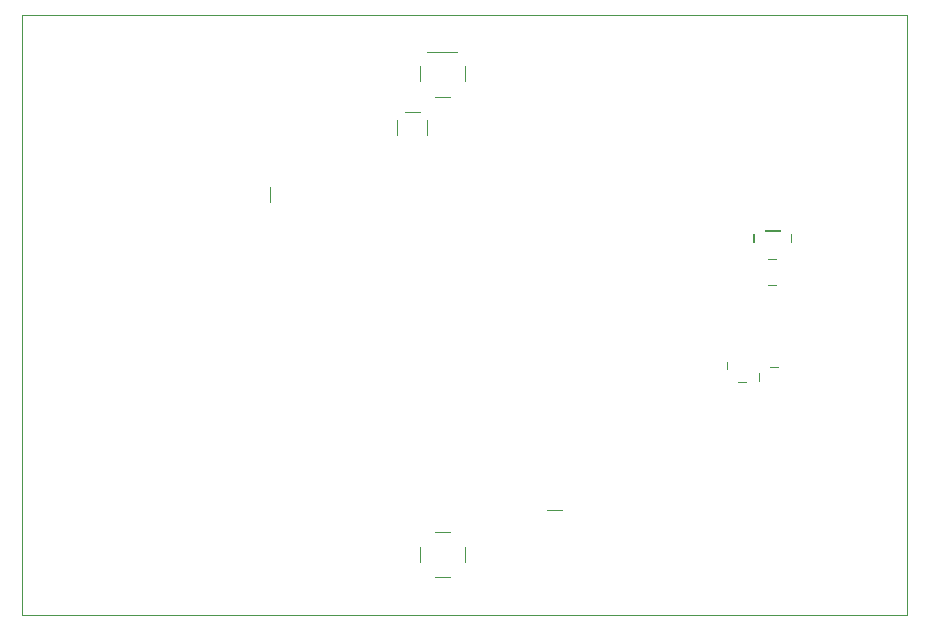
<source format=gbr>
G04 --- HEADER BEGIN --- *
%TF.GenerationSoftware,LibrePCB,LibrePCB,0.1.3*%
%TF.CreationDate,2020-04-12T13:34:48*%
%TF.ProjectId,Apple 2c VGA - default,6ee0dbe1-6aad-4263-9a0f-7c091fb3c0df,v1*%
%TF.Part,Single*%
%FSLAX66Y66*%
%MOMM*%
G01*
G74*
G04 --- HEADER END --- *
G04 --- APERTURE LIST BEGIN --- *
%ADD10C,0.001*%
G04 --- APERTURE LIST END --- *
G04 --- BOARD BEGIN --- *
D10*
X63182500Y30162500D02*
X63182500Y30162500D01*
X63182500Y30172500D01*
X63817500Y30172500D01*
X63817500Y30162500D01*
X63182500Y30162500D01*
X34290000Y40640000D02*
X34290000Y40640000D01*
X34300000Y40640000D01*
X34300000Y41910000D01*
X34290000Y41910000D01*
X34290000Y40640000D01*
X31750000Y40640000D02*
X31750000Y40640000D01*
X31760000Y40640000D01*
X31760000Y41910000D01*
X31750000Y41910000D01*
X31750000Y40640000D01*
X37465000Y45243750D02*
X37465000Y45243750D01*
X37475000Y45243750D01*
X37475000Y46513750D01*
X37465000Y46513750D01*
X37465000Y45243750D01*
X33655000Y42545000D02*
X33655000Y42545000D01*
X32385000Y42545000D01*
X32385000Y42555000D01*
X33655000Y42555000D01*
X33655000Y42545000D01*
X45720000Y8890000D02*
X45720000Y8890000D01*
X45720000Y8900000D01*
X44450000Y8900000D01*
X44450000Y8890000D01*
X45720000Y8890000D01*
X33655000Y45243750D02*
X33655000Y45243750D01*
X33655000Y46513750D01*
X33665000Y46513750D01*
X33665000Y45243750D01*
X33655000Y45243750D01*
X63182500Y27940000D02*
X63182500Y27940000D01*
X63182500Y27950000D01*
X63817500Y27950000D01*
X63817500Y27940000D01*
X63182500Y27940000D01*
X62388750Y20478750D02*
X62388750Y20478750D01*
X62388750Y19843750D01*
X62398750Y19843750D01*
X62398750Y20478750D01*
X62388750Y20478750D01*
X36830000Y47625000D02*
X36830000Y47625000D01*
X34290000Y47625000D01*
X34290000Y47635000D01*
X36830000Y47635000D01*
X36830000Y47625000D01*
X61912500Y32226250D02*
X61912500Y32226250D01*
X61912500Y31591250D01*
X61922500Y31591250D01*
X61922500Y32226250D01*
X61912500Y32226250D01*
X59690000Y21431250D02*
X59690000Y21431250D01*
X59690000Y20796250D01*
X59700000Y20796250D01*
X59700000Y21431250D01*
X59690000Y21431250D01*
X65087500Y32226250D02*
X65087500Y32226250D01*
X65087500Y31591250D01*
X65097500Y31591250D01*
X65097500Y32226250D01*
X65087500Y32226250D01*
X37465000Y5715000D02*
X37465000Y5715000D01*
X37465000Y4445000D01*
X37475000Y4445000D01*
X37475000Y5715000D01*
X37465000Y5715000D01*
X0Y0D02*
X0Y0D01*
X74930000Y0D01*
X74930000Y50800000D01*
X0Y50800000D01*
X0Y0D01*
X33655000Y4445000D02*
X33655000Y4445000D01*
X33665000Y4445000D01*
X33665000Y5715000D01*
X33655000Y5715000D01*
X33655000Y4445000D01*
X36195000Y43815000D02*
X36195000Y43815000D01*
X36195000Y43825000D01*
X34925000Y43825000D01*
X34925000Y43815000D01*
X36195000Y43815000D01*
X60642500Y19685000D02*
X60642500Y19685000D01*
X60642500Y19695000D01*
X61277500Y19695000D01*
X61277500Y19685000D01*
X60642500Y19685000D01*
X20955000Y34925000D02*
X20955000Y34925000D01*
X20955000Y36195000D01*
X20965000Y36195000D01*
X20965000Y34925000D01*
X20955000Y34925000D01*
X64135000Y32543750D02*
X64135000Y32543750D01*
X64135000Y32553750D01*
X62865000Y32553750D01*
X62865000Y32543750D01*
X64135000Y32543750D01*
X63341250Y20955000D02*
X63341250Y20955000D01*
X63341250Y20965000D01*
X63976250Y20965000D01*
X63976250Y20955000D01*
X63341250Y20955000D01*
X34925000Y3175000D02*
X34925000Y3175000D01*
X36195000Y3175000D01*
X36195000Y3185000D01*
X34925000Y3185000D01*
X34925000Y3175000D01*
X34925000Y6985000D02*
X34925000Y6985000D01*
X36195000Y6985000D01*
X36195000Y6995000D01*
X34925000Y6995000D01*
X34925000Y6985000D01*
G04 --- BOARD END --- *
%TF.MD5,35fb30755d958b843969be987f9eda5d*%
M02*

</source>
